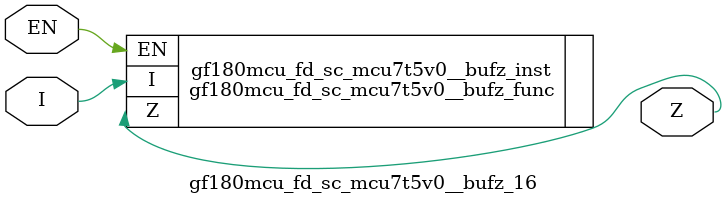
<source format=v>

`ifndef GF180MCU_FD_SC_MCU7T5V0__BUFZ_16_V
`define GF180MCU_FD_SC_MCU7T5V0__BUFZ_16_V

`include gf180mcu_fd_sc_mcu7t5v0__bufz.v

`ifdef USE_POWER_PINS
module gf180mcu_fd_sc_mcu7t5v0__bufz_16( EN, I, Z, VDD, VSS );
inout VDD, VSS;
`else // If not USE_POWER_PINS
module gf180mcu_fd_sc_mcu7t5v0__bufz_16( EN, I, Z );
`endif // If not USE_POWER_PINS
input EN, I;
output Z;

`ifdef USE_POWER_PINS
  gf180mcu_fd_sc_mcu7t5v0__bufz_func gf180mcu_fd_sc_mcu7t5v0__bufz_inst(.EN(EN),.I(I),.Z(Z),.VDD(VDD),.VSS(VSS));
`else // If not USE_POWER_PINS
  gf180mcu_fd_sc_mcu7t5v0__bufz_func gf180mcu_fd_sc_mcu7t5v0__bufz_inst(.EN(EN),.I(I),.Z(Z));
`endif // If not USE_POWER_PINS

`ifndef FUNCTIONAL
	// spec_gates_begin


	// spec_gates_end



   specify

	// specify_block_begin

	// comb arc EN --> Z
	 (EN => Z) = (1.0,1.0);

	// comb arc I --> Z
	 (I => Z) = (1.0,1.0);

	// specify_block_end

   endspecify

   `endif

endmodule
`endif // GF180MCU_FD_SC_MCU7T5V0__BUFZ_16_V

</source>
